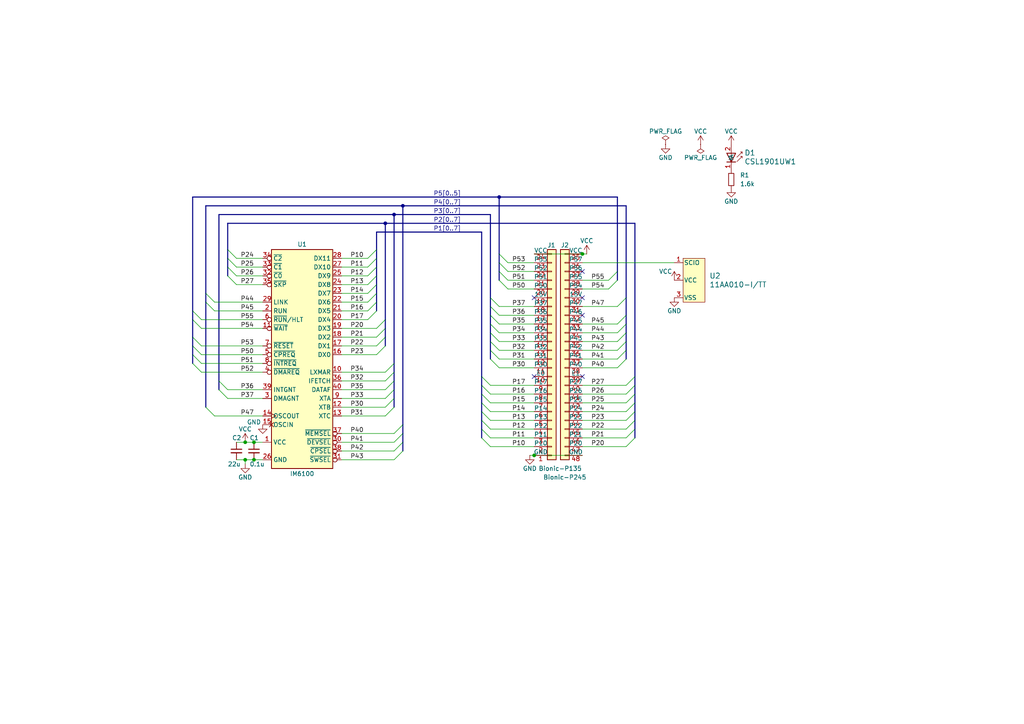
<source format=kicad_sch>
(kicad_sch (version 20231120) (generator "eeschema") (generator_version "8.0")
  (paper "A4")
  (title_block (title "BionicIM6100") (date "2025-01-13") (rev "2") (company "Tadashi G. Takaoka"))
  (lib_symbols
    (symbol "Device:C_Small" (pin_numbers hide) (pin_names (offset 0.254) hide)
      (property "Reference" "C" (at 0.254 1.778 0))
      (property "Value" "C_Small" (at 0.254 -2.032 0))
      (symbol "C_Small_0_1"
        (polyline (pts (xy -1.524 -0.508) (xy 1.524 -0.508)) (stroke (width 0.3302)))
        (polyline (pts (xy -1.524 0.508) (xy 1.524 0.508)) (stroke (width 0.3048)))
      )
      (symbol "C_Small_1_1"
        (pin passive line (at 0 2.54 270) (length 2.032) (name "~") (number "1"))
        (pin passive line (at 0 -2.54 90) (length 2.032) (name "~") (number "2"))
      )
    )
    (symbol "Device:R_Small" (pin_numbers hide) (pin_names (offset 0.254) hide)
      (property "Reference" "R" (at 0.762 0.508 0))
      (property "Value" "R_Small" (at 0.762 -1.016 0))
      (symbol "R_Small_0_1"
        (rectangle (start -0.762 1.778) (end 0.762 -1.778) (stroke (width 0.2032)))
      )
      (symbol "R_Small_1_1"
        (pin passive line (at 0 2.54 270) (length 0.762) (name "~") (number "1"))
        (pin passive line (at 0 -2.54 90) (length 0.762) (name "~") (number "2"))
      )
    )
    (symbol "bionic:Bionic-P135" (pin_names (offset 0))
      (property "Reference" "J" (at 0 30.48 0))
      (property "Value" "Bionic-P135" (at -1.27 -33.02 0))
      (symbol "Bionic-P135_1_1"
        (rectangle (start 0 -30.353) (end -1.27 -30.607) (stroke (width 0.1524)))
        (rectangle (start 0 -27.813) (end -1.27 -28.067) (stroke (width 0.1524)))
        (rectangle (start 0 -25.273) (end -1.27 -25.527) (stroke (width 0.1524)))
        (rectangle (start 0 -22.733) (end -1.27 -22.987) (stroke (width 0.1524)))
        (rectangle (start 0 -20.193) (end -1.27 -20.447) (stroke (width 0.1524)))
        (rectangle (start 0 -17.653) (end -1.27 -17.907) (stroke (width 0.1524)))
        (rectangle (start 0 -15.113) (end -1.27 -15.367) (stroke (width 0.1524)))
        (rectangle (start 0 -12.573) (end -1.27 -12.827) (stroke (width 0.1524)))
        (rectangle (start 0 -10.033) (end -1.27 -10.287) (stroke (width 0.1524)))
        (rectangle (start 0 -7.493) (end -1.27 -7.747) (stroke (width 0.1524)))
        (rectangle (start 0 -4.953) (end -1.27 -5.207) (stroke (width 0.1524)))
        (rectangle (start 0 -2.413) (end -1.27 -2.667) (stroke (width 0.1524)))
        (rectangle (start 0 0.127) (end -1.27 -0.127) (stroke (width 0.1524)))
        (rectangle (start 0 2.667) (end -1.27 2.413) (stroke (width 0.1524)))
        (rectangle (start 0 5.207) (end -1.27 4.953) (stroke (width 0.1524)))
        (rectangle (start 0 7.747) (end -1.27 7.493) (stroke (width 0.1524)))
        (rectangle (start 0 10.287) (end -1.27 10.033) (stroke (width 0.1524)))
        (rectangle (start 0 12.827) (end -1.27 12.573) (stroke (width 0.1524)))
        (rectangle (start 0 15.367) (end -1.27 15.113) (stroke (width 0.1524)))
        (rectangle (start 0 17.907) (end -1.27 17.653) (stroke (width 0.1524)))
        (rectangle (start 0 20.447) (end -1.27 20.193) (stroke (width 0.1524)))
        (rectangle (start 0 22.987) (end -1.27 22.733) (stroke (width 0.1524)))
        (rectangle (start 0 25.527) (end -1.27 25.273) (stroke (width 0.1524)))
        (rectangle (start 0 28.067) (end -1.27 27.813) (stroke (width 0.1524)))
        (rectangle (start 1.27 29.21) (end -1.27 -31.75) (stroke (width 0.254)) (fill (type background)))
        (pin power_in line (at -5.08 -30.48 0) (length 3.81) (name "GND") (number "1"))
        (pin bidirectional line (at -5.08 -7.62 0) (length 3.81) (name "E0") (number "10"))
        (pin bidirectional line (at -5.08 -5.08 0) (length 3.81) (name "P30") (number "11"))
        (pin bidirectional line (at -5.08 -2.54 0) (length 3.81) (name "P31") (number "12"))
        (pin bidirectional line (at -5.08 0 0) (length 3.81) (name "P32") (number "13"))
        (pin bidirectional line (at -5.08 2.54 0) (length 3.81) (name "P33") (number "14"))
        (pin bidirectional line (at -5.08 5.08 0) (length 3.81) (name "P34") (number "15"))
        (pin bidirectional line (at -5.08 7.62 0) (length 3.81) (name "P35") (number "16"))
        (pin bidirectional line (at -5.08 10.16 0) (length 3.81) (name "P36") (number "17"))
        (pin bidirectional line (at -5.08 12.7 0) (length 3.81) (name "P37") (number "18"))
        (pin power_in line (at -5.08 15.24 0) (length 3.81) (name "15V") (number "19"))
        (pin bidirectional line (at -5.08 -27.94 0) (length 3.81) (name "P10") (number "2"))
        (pin bidirectional line (at -5.08 17.78 0) (length 3.81) (name "P50") (number "20"))
        (pin bidirectional line (at -5.08 20.32 0) (length 3.81) (name "P51") (number "21"))
        (pin bidirectional line (at -5.08 22.86 0) (length 3.81) (name "P52") (number "22"))
        (pin bidirectional line (at -5.08 25.4 0) (length 3.81) (name "P53") (number "23"))
        (pin power_in line (at -5.08 27.94 0) (length 3.81) (name "VCC") (number "24"))
        (pin bidirectional line (at -5.08 -25.4 0) (length 3.81) (name "P11") (number "3"))
        (pin bidirectional line (at -5.08 -22.86 0) (length 3.81) (name "P12") (number "4"))
        (pin bidirectional line (at -5.08 -20.32 0) (length 3.81) (name "P13") (number "5"))
        (pin bidirectional line (at -5.08 -17.78 0) (length 3.81) (name "P14") (number "6"))
        (pin bidirectional line (at -5.08 -15.24 0) (length 3.81) (name "P15") (number "7"))
        (pin bidirectional line (at -5.08 -12.7 0) (length 3.81) (name "P16") (number "8"))
        (pin bidirectional line (at -5.08 -10.16 0) (length 3.81) (name "P17") (number "9"))
      )
    )
    (symbol "bionic:Bionic-P245" (pin_names (offset 0))
      (property "Reference" "J" (at -3.81 30.48 0))
      (property "Value" "Bionic-P245" (at -1.27 -33.02 0))
      (symbol "Bionic-P245_1_1"
        (rectangle (start -2.54 -30.607) (end -3.81 -30.353) (stroke (width 0.1524)))
        (rectangle (start -2.54 -28.067) (end -3.81 -27.813) (stroke (width 0.1524)))
        (rectangle (start -2.54 -25.527) (end -3.81 -25.273) (stroke (width 0.1524)))
        (rectangle (start -2.54 -22.987) (end -3.81 -22.733) (stroke (width 0.1524)))
        (rectangle (start -2.54 -20.447) (end -3.81 -20.193) (stroke (width 0.1524)))
        (rectangle (start -2.54 -17.907) (end -3.81 -17.653) (stroke (width 0.1524)))
        (rectangle (start -2.54 -15.367) (end -3.81 -15.113) (stroke (width 0.1524)))
        (rectangle (start -2.54 -12.827) (end -3.81 -12.573) (stroke (width 0.1524)))
        (rectangle (start -2.54 -10.287) (end -3.81 -10.033) (stroke (width 0.1524)))
        (rectangle (start -2.54 -7.747) (end -3.81 -7.493) (stroke (width 0.1524)))
        (rectangle (start -2.54 -5.207) (end -3.81 -4.953) (stroke (width 0.1524)))
        (rectangle (start -2.54 -2.667) (end -3.81 -2.413) (stroke (width 0.1524)))
        (rectangle (start -2.54 -0.127) (end -3.81 0.127) (stroke (width 0.1524)))
        (rectangle (start -2.54 2.413) (end -3.81 2.667) (stroke (width 0.1524)))
        (rectangle (start -2.54 4.953) (end -3.81 5.207) (stroke (width 0.1524)))
        (rectangle (start -2.54 7.493) (end -3.81 7.747) (stroke (width 0.1524)))
        (rectangle (start -2.54 10.033) (end -3.81 10.287) (stroke (width 0.1524)))
        (rectangle (start -2.54 12.573) (end -3.81 12.827) (stroke (width 0.1524)))
        (rectangle (start -2.54 15.113) (end -3.81 15.367) (stroke (width 0.1524)))
        (rectangle (start -2.54 17.653) (end -3.81 17.907) (stroke (width 0.1524)))
        (rectangle (start -2.54 20.193) (end -3.81 20.447) (stroke (width 0.1524)))
        (rectangle (start -2.54 22.733) (end -3.81 22.987) (stroke (width 0.1524)))
        (rectangle (start -2.54 25.273) (end -3.81 25.527) (stroke (width 0.1524)))
        (rectangle (start -2.54 27.813) (end -3.81 28.067) (stroke (width 0.1524)))
        (rectangle (start -2.54 29.21) (end -5.08 -31.75) (stroke (width 0.254)) (fill (type background)))
        (pin power_in line (at 1.27 27.94 180) (length 3.81) (name "VCC") (number "25"))
        (pin bidirectional line (at 1.27 25.4 180) (length 3.81) (name "P57") (number "26"))
        (pin bidirectional line (at 1.27 22.86 180) (length 3.81) (name "P56") (number "27"))
        (pin bidirectional line (at 1.27 20.32 180) (length 3.81) (name "P55") (number "28"))
        (pin bidirectional line (at 1.27 17.78 180) (length 3.81) (name "P54") (number "29"))
        (pin power_in line (at 1.27 15.24 180) (length 3.81) (name "15V") (number "30"))
        (pin bidirectional line (at 1.27 12.7 180) (length 3.81) (name "P47") (number "31"))
        (pin bidirectional line (at 1.27 10.16 180) (length 3.81) (name "P46") (number "32"))
        (pin bidirectional line (at 1.27 7.62 180) (length 3.81) (name "P45") (number "33"))
        (pin bidirectional line (at 1.27 5.08 180) (length 3.81) (name "P44") (number "34"))
        (pin bidirectional line (at 1.27 2.54 180) (length 3.81) (name "P43") (number "35"))
        (pin bidirectional line (at 1.27 0 180) (length 3.81) (name "P42") (number "36"))
        (pin bidirectional line (at 1.27 -2.54 180) (length 3.81) (name "P41") (number "37"))
        (pin bidirectional line (at 1.27 -5.08 180) (length 3.81) (name "P40") (number "38"))
        (pin bidirectional line (at 1.27 -7.62 180) (length 3.81) (name "E1") (number "39"))
        (pin bidirectional line (at 1.27 -10.16 180) (length 3.81) (name "P27") (number "40"))
        (pin bidirectional line (at 1.27 -12.7 180) (length 3.81) (name "P26") (number "41"))
        (pin bidirectional line (at 1.27 -15.24 180) (length 3.81) (name "P25") (number "42"))
        (pin bidirectional line (at 1.27 -17.78 180) (length 3.81) (name "P24") (number "43"))
        (pin bidirectional line (at 1.27 -20.32 180) (length 3.81) (name "P23") (number "44"))
        (pin bidirectional line (at 1.27 -22.86 180) (length 3.81) (name "P22") (number "45"))
        (pin bidirectional line (at 1.27 -25.4 180) (length 3.81) (name "P21") (number "46"))
        (pin bidirectional line (at 1.27 -27.94 180) (length 3.81) (name "P20") (number "47"))
        (pin power_in line (at 1.27 -30.48 180) (length 3.81) (name "GND") (number "48"))
      )
    )
    (symbol "cpu:IM6100"
      (property "Reference" "U" (at -1.27 31.75 0))
      (property "Value" "IM6100" (at -3.556 -33.782 0))
      (symbol "IM6100_0_1"
        (rectangle (start -8.89 30.48) (end 8.89 -33.02) (stroke (width 0.254)) (fill (type background)))
      )
      (symbol "IM6100_1_1"
        (pin power_in line (at -11.43 -25.4 0) (length 2.54) (name "VCC") (number "1"))
        (pin output line (at 11.43 -5.08 180) (length 2.54) (name "LXMAR") (number "10"))
        (pin input inverted (at -11.43 7.62 0) (length 2.54) (name "~{WAIT}") (number "11"))
        (pin output line (at 11.43 -15.24 180) (length 2.54) (name "XTB") (number "12"))
        (pin output line (at 11.43 -17.78 180) (length 2.54) (name "XTC") (number "13"))
        (pin input clock (at -11.43 -17.78 0) (length 2.54) (name "OSCOUT") (number "14"))
        (pin passive non_logic (at -11.43 -20.32 0) (length 2.54) (name "OSCIN") (number "15"))
        (pin bidirectional line (at 11.43 0 180) (length 2.54) (name "DX0") (number "16"))
        (pin bidirectional line (at 11.43 2.54 180) (length 2.54) (name "DX1") (number "17"))
        (pin bidirectional line (at 11.43 5.08 180) (length 2.54) (name "DX2") (number "18"))
        (pin bidirectional line (at 11.43 7.62 180) (length 2.54) (name "DX3") (number "19"))
        (pin output line (at -11.43 12.7 0) (length 2.54) (name "RUN") (number "2"))
        (pin bidirectional line (at 11.43 10.16 180) (length 2.54) (name "DX4") (number "20"))
        (pin bidirectional line (at 11.43 12.7 180) (length 2.54) (name "DX5") (number "21"))
        (pin bidirectional line (at 11.43 15.24 180) (length 2.54) (name "DX6") (number "22"))
        (pin bidirectional line (at 11.43 17.78 180) (length 2.54) (name "DX7") (number "23"))
        (pin bidirectional line (at 11.43 20.32 180) (length 2.54) (name "DX8") (number "24"))
        (pin bidirectional line (at 11.43 22.86 180) (length 2.54) (name "DX9") (number "25"))
        (pin power_in line (at -11.43 -30.48 0) (length 2.54) (name "GND") (number "26"))
        (pin bidirectional line (at 11.43 25.4 180) (length 2.54) (name "DX10") (number "27"))
        (pin bidirectional line (at 11.43 27.94 180) (length 2.54) (name "DX11") (number "28"))
        (pin output line (at -11.43 15.24 0) (length 2.54) (name "LINK") (number "29"))
        (pin output line (at -11.43 -12.7 0) (length 2.54) (name "DMAGNT") (number "3"))
        (pin output inverted (at 11.43 -25.4 180) (length 2.54) (name "~{DEVSEL}") (number "30"))
        (pin output inverted (at 11.43 -30.48 180) (length 2.54) (name "~{SWSEL}") (number "31"))
        (pin input inverted (at -11.43 22.86 0) (length 2.54) (name "~{C0}") (number "32"))
        (pin input inverted (at -11.43 25.4 0) (length 2.54) (name "~{C1}") (number "33"))
        (pin input inverted (at -11.43 27.94 0) (length 2.54) (name "~{C2}") (number "34"))
        (pin input inverted (at -11.43 20.32 0) (length 2.54) (name "~{SKP}") (number "35"))
        (pin output line (at 11.43 -7.62 180) (length 2.54) (name "IFETCH") (number "36"))
        (pin output inverted (at 11.43 -22.86 180) (length 2.54) (name "~{MEMSEL}") (number "37"))
        (pin output inverted (at 11.43 -27.94 180) (length 2.54) (name "~{CPSEL}") (number "38"))
        (pin output line (at -11.43 -10.16 0) (length 2.54) (name "INTGNT") (number "39"))
        (pin input inverted (at -11.43 -5.08 0) (length 2.54) (name "~{DMAREQ}") (number "4"))
        (pin output line (at 11.43 -10.16 180) (length 2.54) (name "DATAF") (number "40"))
        (pin input inverted (at -11.43 0 0) (length 2.54) (name "~{CPREQ}") (number "5"))
        (pin input inverted (at -11.43 10.16 0) (length 2.54) (name "~{RUN}/HLT") (number "6"))
        (pin input inverted (at -11.43 2.54 0) (length 2.54) (name "~{RESET}") (number "7"))
        (pin input inverted (at -11.43 -2.54 0) (length 2.54) (name "~{INTREQ}") (number "8"))
        (pin output line (at 11.43 -12.7 180) (length 2.54) (name "XTA") (number "9"))
      )
    )
    (symbol "microchip:11AA010-I_TT" (pin_names (offset 0.254))
      (property "Reference" "U" (at 2.54 1.27 0))
      (property "Value" "11AA010-I/TT" (at 3.81 -13.97 0))
      (symbol "11AA010-I_TT_1_1"
        (rectangle (start 0 0) (end 6.35 -12.7) (fill (type background)))
        (pin bidirectional line (at -2.54 -1.27 0) (length 2.54) (name "SCIO") (number "1"))
        (pin power_in line (at -2.54 -6.35 0) (length 2.54) (name "VCC") (number "2"))
        (pin power_in line (at -2.54 -11.43 0) (length 2.54) (name "VSS") (number "3"))
      )
    )
    (symbol "power:GND" (power) (pin_numbers hide) (pin_names (offset 0) hide)
      (property "Value" "GND" (at 0 -3.81 0))
      (symbol "GND_0_1"
        (polyline (pts (xy 0 0) (xy 0 -1.27) (xy 1.27 -1.27) (xy 0 -2.54) (xy -1.27 -1.27) (xy 0 -1.27)))
      )
      (symbol "GND_1_1"
        (pin power_in line (at 0 0 270) (length 0) (name "~") (number "1"))
      )
    )
    (symbol "power:PWR_FLAG" (power) (pin_numbers hide) (pin_names (offset 0) hide)
      (property "Value" "PWR_FLAG" (at 0 3.81 0))
      (symbol "PWR_FLAG_0_0"
        (pin power_out line (at 0 0 90) (length 0) (name "~") (number "1"))
      )
      (symbol "PWR_FLAG_0_1"
        (polyline (pts (xy 0 0) (xy 0 1.27) (xy -1.016 1.905) (xy 0 2.54) (xy 1.016 1.905) (xy 0 1.27)))
      )
    )
    (symbol "power:VCC" (power) (pin_numbers hide) (pin_names (offset 0) hide)
      (property "Value" "VCC" (at 0 3.556 0))
      (symbol "VCC_0_1"
        (polyline (pts (xy -0.762 1.27) (xy 0 2.54)))
        (polyline (pts (xy 0 0) (xy 0 2.54)))
        (polyline (pts (xy 0 2.54) (xy 0.762 1.27)))
      )
      (symbol "VCC_1_1"
        (pin power_in line (at 0 0 90) (length 0) (name "~") (number "1"))
      )
    )
    (symbol "rhom:CSL1901UW1" (pin_names (offset 0.254))
      (property "Reference" "D" (at 3.81 -2.54 0))
      (property "Value" "CSL1901UW1" (at 3.81 -5.08 0))
      (symbol "CSL1901UW1_0_1"
        (polyline (pts (xy 2.159 3.175) (xy 2.667 3.175)))
        (polyline (pts (xy 2.54 0) (xy 5.08 0)))
        (polyline (pts (xy 5.08 1.27) (xy 5.08 -1.27)) (stroke (width 0.254)))
        (polyline (pts (xy 3.683 1.651) (xy 2.159 3.175) (xy 2.159 2.667)))
        (polyline (pts (xy 2.54 -1.27) (xy 5.08 0) (xy 2.54 1.27) (xy 2.54 -1.27)) (stroke (width 0.254)))
        (polyline (pts (xy 4.953 1.651) (xy 3.429 3.175) (xy 3.429 2.667) (xy 3.429 3.175) (xy 3.937 3.175)))
      )
      (symbol "CSL1901UW1_1_1"
        (pin passive line (at 7.62 0 180) (length 2.54) (name "K") (number "1"))
        (pin passive line (at 0 0 0) (length 2.54) (name "A") (number "2"))
      )
      (symbol "CSL1901UW1_1_2"
        (polyline (pts (xy -5.08 7.62) (xy -4.445 8.255)) (stroke (width 0.2032)))
        (polyline (pts (xy -5.08 8.255) (xy -5.08 7.62)) (stroke (width 0.2032)))
        (polyline (pts (xy -4.445 6.35) (xy -3.81 6.985)) (stroke (width 0.2032)))
        (polyline (pts (xy -4.445 8.255) (xy -5.08 8.255)) (stroke (width 0.2032)))
        (polyline (pts (xy -4.445 9.525) (xy -3.81 10.16)) (stroke (width 0.2032)))
        (polyline (pts (xy -4.445 10.16) (xy -4.445 9.525)) (stroke (width 0.2032)))
        (polyline (pts (xy -3.81 6.985) (xy -5.08 8.255)) (stroke (width 0.2032)))
        (polyline (pts (xy -3.81 8.255) (xy -3.175 8.89)) (stroke (width 0.2032)))
        (polyline (pts (xy -3.81 10.16) (xy -4.445 10.16)) (stroke (width 0.2032)))
        (polyline (pts (xy -3.175 5.08) (xy -4.445 6.35)) (stroke (width 0.2032)))
        (polyline (pts (xy -3.175 8.89) (xy -4.445 10.16)) (stroke (width 0.2032)))
        (polyline (pts (xy -2.54 6.985) (xy -3.81 8.255)) (stroke (width 0.2032)))
        (polyline (pts (xy -1.905 3.81) (xy 1.905 3.81)) (stroke (width 0.2032)))
        (polyline (pts (xy 0 2.54) (xy 0 3.4798)) (stroke (width 0.2032)))
        (polyline (pts (xy 0 3.175) (xy 0 3.81)) (stroke (width 0.2032)))
        (polyline (pts (xy 0 6.35) (xy -1.905 3.81)) (stroke (width 0.2032)))
        (polyline (pts (xy 0 6.35) (xy 0 7.62)) (stroke (width 0.2032)))
        (polyline (pts (xy 1.905 3.81) (xy 0 6.35)) (stroke (width 0.2032)))
        (polyline (pts (xy 1.905 6.35) (xy -1.905 6.35)) (stroke (width 0.2032)))
        (pin unspecified line (at 0 10.16 270) (length 2.54) (name "") (number "1"))
        (pin unspecified line (at 0 0 90) (length 2.54) (name "") (number "2"))
      )
    )
  )
  (junction (at 73.66 133.35))
  (junction (at 71.12 133.35))
  (junction (at 71.12 128.27))
  (junction (at 144.78 57.15))
  (junction (at 114.3 62.23))
  (junction (at 73.66 128.27))
  (junction (at 168.91 73.66))
  (junction (at 116.84 59.69))
  (junction (at 154.94 132.08))
  (junction (at 111.76 64.77))
  (no_connect (at 154.94 86.36))
  (no_connect (at 168.91 109.22))
  (no_connect (at 168.91 91.44))
  (no_connect (at 168.91 86.36))
  (no_connect (at 154.94 109.22))
  (no_connect (at 168.91 78.74))
  (bus_entry (at 181.61 101.6) (size -2.54 2.54))
  (bus_entry (at 142.24 99.06) (size 2.54 2.54))
  (bus_entry (at 142.24 96.52) (size 2.54 2.54))
  (bus_entry (at 181.61 104.14) (size -2.54 2.54))
  (bus_entry (at 111.76 97.79) (size -2.54 2.54))
  (bus_entry (at 139.7 109.22) (size 2.54 2.54))
  (bus_entry (at 59.69 118.11) (size 2.54 2.54))
  (bus_entry (at 139.7 124.46) (size 2.54 2.54))
  (bus_entry (at 66.04 77.47) (size 2.54 2.54))
  (bus_entry (at 111.76 95.25) (size -2.54 2.54))
  (bus_entry (at 55.88 102.87) (size 2.54 2.54))
  (bus_entry (at 109.22 77.47) (size -2.54 2.54))
  (bus_entry (at 55.88 100.33) (size 2.54 2.54))
  (bus_entry (at 139.7 127) (size 2.54 2.54))
  (bus_entry (at 111.76 92.71) (size -2.54 2.54))
  (bus_entry (at 181.61 86.36) (size -2.54 2.54))
  (bus_entry (at 55.88 92.71) (size 2.54 2.54))
  (bus_entry (at 184.15 127) (size -2.54 2.54))
  (bus_entry (at 142.24 86.36) (size 2.54 2.54))
  (bus_entry (at 179.07 81.28) (size -2.54 2.54))
  (bus_entry (at 116.84 125.73) (size -2.54 2.54))
  (bus_entry (at 184.15 116.84) (size -2.54 2.54))
  (bus_entry (at 66.04 74.93) (size 2.54 2.54))
  (bus_entry (at 142.24 101.6) (size 2.54 2.54))
  (bus_entry (at 109.22 80.01) (size -2.54 2.54))
  (bus_entry (at 109.22 82.55) (size -2.54 2.54))
  (bus_entry (at 139.7 121.92) (size 2.54 2.54))
  (bus_entry (at 109.22 74.93) (size -2.54 2.54))
  (bus_entry (at 139.7 114.3) (size 2.54 2.54))
  (bus_entry (at 55.88 97.79) (size 2.54 2.54))
  (bus_entry (at 114.3 115.57) (size -2.54 2.54))
  (bus_entry (at 63.5 113.03) (size 2.54 2.54))
  (bus_entry (at 55.88 90.17) (size 2.54 2.54))
  (bus_entry (at 111.76 100.33) (size -2.54 2.54))
  (bus_entry (at 59.69 85.09) (size 2.54 2.54))
  (bus_entry (at 114.3 105.41) (size -2.54 2.54))
  (bus_entry (at 144.78 81.28) (size 2.54 2.54))
  (bus_entry (at 184.15 114.3) (size -2.54 2.54))
  (bus_entry (at 109.22 85.09) (size -2.54 2.54))
  (bus_entry (at 142.24 93.98) (size 2.54 2.54))
  (bus_entry (at 181.61 93.98) (size -2.54 2.54))
  (bus_entry (at 181.61 96.52) (size -2.54 2.54))
  (bus_entry (at 139.7 111.76) (size 2.54 2.54))
  (bus_entry (at 114.3 113.03) (size -2.54 2.54))
  (bus_entry (at 184.15 111.76) (size -2.54 2.54))
  (bus_entry (at 109.22 90.17) (size -2.54 2.54))
  (bus_entry (at 109.22 87.63) (size -2.54 2.54))
  (bus_entry (at 181.61 91.44) (size -2.54 2.54))
  (bus_entry (at 144.78 76.2) (size 2.54 2.54))
  (bus_entry (at 184.15 119.38) (size -2.54 2.54))
  (bus_entry (at 139.7 119.38) (size 2.54 2.54))
  (bus_entry (at 59.69 87.63) (size 2.54 2.54))
  (bus_entry (at 63.5 110.49) (size 2.54 2.54))
  (bus_entry (at 116.84 128.27) (size -2.54 2.54))
  (bus_entry (at 181.61 99.06) (size -2.54 2.54))
  (bus_entry (at 116.84 130.81) (size -2.54 2.54))
  (bus_entry (at 109.22 72.39) (size -2.54 2.54))
  (bus_entry (at 66.04 72.39) (size 2.54 2.54))
  (bus_entry (at 139.7 116.84) (size 2.54 2.54))
  (bus_entry (at 116.84 123.19) (size -2.54 2.54))
  (bus_entry (at 114.3 110.49) (size -2.54 2.54))
  (bus_entry (at 55.88 105.41) (size 2.54 2.54))
  (bus_entry (at 184.15 124.46) (size -2.54 2.54))
  (bus_entry (at 184.15 109.22) (size -2.54 2.54))
  (bus_entry (at 184.15 121.92) (size -2.54 2.54))
  (bus_entry (at 114.3 107.95) (size -2.54 2.54))
  (bus_entry (at 142.24 91.44) (size 2.54 2.54))
  (bus_entry (at 142.24 104.14) (size 2.54 2.54))
  (bus_entry (at 144.78 73.66) (size 2.54 2.54))
  (bus_entry (at 66.04 80.01) (size 2.54 2.54))
  (bus_entry (at 179.07 78.74) (size -2.54 2.54))
  (bus_entry (at 114.3 118.11) (size -2.54 2.54))
  (bus_entry (at 142.24 88.9) (size 2.54 2.54))
  (bus_entry (at 144.78 78.74) (size 2.54 2.54))
  (wire (pts (xy 144.78 99.06) (xy 154.94 99.06)))
  (bus (pts (xy 116.84 59.69) (xy 181.61 59.69)))
  (bus (pts (xy 116.84 128.27) (xy 116.84 130.81)))
  (wire (pts (xy 142.24 119.38) (xy 154.94 119.38)))
  (bus (pts (xy 184.15 64.77) (xy 111.76 64.77)))
  (wire (pts (xy 147.32 78.74) (xy 154.94 78.74)))
  (wire (pts (xy 168.91 116.84) (xy 181.61 116.84)))
  (wire (pts (xy 99.06 95.25) (xy 109.22 95.25)))
  (wire (pts (xy 99.06 77.47) (xy 106.68 77.47)))
  (bus (pts (xy 66.04 74.93) (xy 66.04 72.39)))
  (wire (pts (xy 99.06 85.09) (xy 106.68 85.09)))
  (wire (pts (xy 99.06 97.79) (xy 109.22 97.79)))
  (wire (pts (xy 144.78 96.52) (xy 154.94 96.52)))
  (bus (pts (xy 109.22 80.01) (xy 109.22 77.47)))
  (wire (pts (xy 99.06 82.55) (xy 106.68 82.55)))
  (wire (pts (xy 99.06 102.87) (xy 109.22 102.87)))
  (wire (pts (xy 147.32 81.28) (xy 154.94 81.28)))
  (wire (pts (xy 71.12 133.35) (xy 73.66 133.35)))
  (bus (pts (xy 55.88 92.71) (xy 55.88 97.79)))
  (bus (pts (xy 114.3 62.23) (xy 142.24 62.23)))
  (bus (pts (xy 63.5 62.23) (xy 63.5 110.49)))
  (wire (pts (xy 99.06 130.81) (xy 114.3 130.81)))
  (bus (pts (xy 142.24 101.6) (xy 142.24 99.06)))
  (wire (pts (xy 168.91 83.82) (xy 176.53 83.82)))
  (wire (pts (xy 168.91 127) (xy 181.61 127)))
  (wire (pts (xy 73.66 133.35) (xy 76.2 133.35)))
  (wire (pts (xy 66.04 115.57) (xy 76.2 115.57)))
  (bus (pts (xy 109.22 72.39) (xy 109.22 67.31)))
  (wire (pts (xy 168.91 129.54) (xy 181.61 129.54)))
  (wire (pts (xy 99.06 120.65) (xy 111.76 120.65)))
  (wire (pts (xy 68.58 133.35) (xy 71.12 133.35)))
  (wire (pts (xy 142.24 129.54) (xy 154.94 129.54)))
  (bus (pts (xy 114.3 110.49) (xy 114.3 113.03)))
  (wire (pts (xy 168.91 121.92) (xy 181.61 121.92)))
  (wire (pts (xy 144.78 101.6) (xy 154.94 101.6)))
  (bus (pts (xy 184.15 116.84) (xy 184.15 114.3)))
  (wire (pts (xy 144.78 91.44) (xy 154.94 91.44)))
  (wire (pts (xy 147.32 76.2) (xy 154.94 76.2)))
  (wire (pts (xy 99.06 80.01) (xy 106.68 80.01)))
  (bus (pts (xy 111.76 92.71) (xy 111.76 95.25)))
  (wire (pts (xy 99.06 100.33) (xy 109.22 100.33)))
  (bus (pts (xy 142.24 93.98) (xy 142.24 91.44)))
  (wire (pts (xy 168.91 114.3) (xy 181.61 114.3)))
  (bus (pts (xy 184.15 124.46) (xy 184.15 121.92)))
  (bus (pts (xy 66.04 77.47) (xy 66.04 74.93)))
  (bus (pts (xy 144.78 57.15) (xy 144.78 73.66)))
  (bus (pts (xy 179.07 81.28) (xy 179.07 78.74)))
  (wire (pts (xy 168.91 104.14) (xy 179.07 104.14)))
  (bus (pts (xy 109.22 82.55) (xy 109.22 80.01)))
  (bus (pts (xy 59.69 59.69) (xy 116.84 59.69)))
  (bus (pts (xy 179.07 78.74) (xy 179.07 57.15)))
  (bus (pts (xy 66.04 64.77) (xy 111.76 64.77)))
  (wire (pts (xy 154.94 73.66) (xy 168.91 73.66)))
  (bus (pts (xy 114.3 115.57) (xy 114.3 118.11)))
  (wire (pts (xy 168.91 88.9) (xy 179.07 88.9)))
  (wire (pts (xy 58.42 102.87) (xy 76.2 102.87)))
  (bus (pts (xy 139.7 114.3) (xy 139.7 116.84)))
  (bus (pts (xy 55.88 100.33) (xy 55.88 102.87)))
  (bus (pts (xy 111.76 97.79) (xy 111.76 100.33)))
  (bus (pts (xy 114.3 113.03) (xy 114.3 115.57)))
  (bus (pts (xy 63.5 110.49) (xy 63.5 113.03)))
  (wire (pts (xy 68.58 82.55) (xy 76.2 82.55)))
  (wire (pts (xy 58.42 107.95) (xy 76.2 107.95)))
  (bus (pts (xy 184.15 109.22) (xy 184.15 64.77)))
  (wire (pts (xy 99.06 87.63) (xy 106.68 87.63)))
  (wire (pts (xy 168.91 93.98) (xy 179.07 93.98)))
  (bus (pts (xy 116.84 123.19) (xy 116.84 125.73)))
  (bus (pts (xy 139.7 116.84) (xy 139.7 119.38)))
  (wire (pts (xy 99.06 74.93) (xy 106.68 74.93)))
  (wire (pts (xy 99.06 118.11) (xy 111.76 118.11)))
  (wire (pts (xy 99.06 110.49) (xy 111.76 110.49)))
  (bus (pts (xy 139.7 109.22) (xy 139.7 111.76)))
  (wire (pts (xy 68.58 128.27) (xy 71.12 128.27)))
  (wire (pts (xy 68.58 77.47) (xy 76.2 77.47)))
  (bus (pts (xy 144.78 76.2) (xy 144.78 78.74)))
  (wire (pts (xy 99.06 92.71) (xy 106.68 92.71)))
  (bus (pts (xy 111.76 95.25) (xy 111.76 97.79)))
  (wire (pts (xy 99.06 115.57) (xy 111.76 115.57)))
  (wire (pts (xy 99.06 125.73) (xy 114.3 125.73)))
  (wire (pts (xy 154.94 132.08) (xy 168.91 132.08)))
  (wire (pts (xy 144.78 104.14) (xy 154.94 104.14)))
  (bus (pts (xy 184.15 114.3) (xy 184.15 111.76)))
  (bus (pts (xy 109.22 74.93) (xy 109.22 72.39)))
  (wire (pts (xy 99.06 133.35) (xy 114.3 133.35)))
  (bus (pts (xy 142.24 104.14) (xy 142.24 101.6)))
  (wire (pts (xy 58.42 92.71) (xy 76.2 92.71)))
  (wire (pts (xy 99.06 90.17) (xy 106.68 90.17)))
  (wire (pts (xy 99.06 107.95) (xy 111.76 107.95)))
  (bus (pts (xy 139.7 119.38) (xy 139.7 121.92)))
  (bus (pts (xy 142.24 96.52) (xy 142.24 99.06)))
  (wire (pts (xy 168.91 101.6) (xy 179.07 101.6)))
  (bus (pts (xy 116.84 59.69) (xy 116.84 123.19)))
  (bus (pts (xy 109.22 77.47) (xy 109.22 74.93)))
  (wire (pts (xy 168.91 73.66) (xy 170.18 73.66)))
  (wire (pts (xy 153.67 132.08) (xy 154.94 132.08)))
  (wire (pts (xy 144.78 106.68) (xy 154.94 106.68)))
  (bus (pts (xy 109.22 90.17) (xy 109.22 87.63)))
  (bus (pts (xy 181.61 104.14) (xy 181.61 101.6)))
  (bus (pts (xy 59.69 85.09) (xy 59.69 87.63)))
  (bus (pts (xy 184.15 119.38) (xy 184.15 116.84)))
  (wire (pts (xy 58.42 100.33) (xy 76.2 100.33)))
  (wire (pts (xy 144.78 88.9) (xy 154.94 88.9)))
  (wire (pts (xy 147.32 83.82) (xy 154.94 83.82)))
  (wire (pts (xy 168.91 96.52) (xy 179.07 96.52)))
  (bus (pts (xy 184.15 121.92) (xy 184.15 119.38)))
  (bus (pts (xy 181.61 101.6) (xy 181.61 99.06)))
  (wire (pts (xy 168.91 119.38) (xy 181.61 119.38)))
  (wire (pts (xy 99.06 128.27) (xy 114.3 128.27)))
  (wire (pts (xy 62.23 87.63) (xy 76.2 87.63)))
  (bus (pts (xy 111.76 64.77) (xy 111.76 92.71)))
  (wire (pts (xy 71.12 128.27) (xy 73.66 128.27)))
  (wire (pts (xy 142.24 121.92) (xy 154.94 121.92)))
  (bus (pts (xy 63.5 62.23) (xy 114.3 62.23)))
  (wire (pts (xy 142.24 124.46) (xy 154.94 124.46)))
  (bus (pts (xy 66.04 72.39) (xy 66.04 64.77)))
  (wire (pts (xy 68.58 74.93) (xy 76.2 74.93)))
  (wire (pts (xy 168.91 81.28) (xy 176.53 81.28)))
  (bus (pts (xy 139.7 111.76) (xy 139.7 114.3)))
  (bus (pts (xy 181.61 86.36) (xy 181.61 91.44)))
  (wire (pts (xy 144.78 93.98) (xy 154.94 93.98)))
  (bus (pts (xy 109.22 85.09) (xy 109.22 82.55)))
  (wire (pts (xy 142.24 116.84) (xy 154.94 116.84)))
  (bus (pts (xy 55.88 97.79) (xy 55.88 100.33)))
  (bus (pts (xy 55.88 90.17) (xy 55.88 92.71)))
  (wire (pts (xy 168.91 99.06) (xy 179.07 99.06)))
  (wire (pts (xy 99.06 113.03) (xy 111.76 113.03)))
  (wire (pts (xy 58.42 105.41) (xy 76.2 105.41)))
  (bus (pts (xy 181.61 96.52) (xy 181.61 93.98)))
  (bus (pts (xy 59.69 59.69) (xy 59.69 85.09)))
  (bus (pts (xy 142.24 93.98) (xy 142.24 96.52)))
  (wire (pts (xy 62.23 90.17) (xy 76.2 90.17)))
  (bus (pts (xy 55.88 57.15) (xy 55.88 90.17)))
  (bus (pts (xy 139.7 67.31) (xy 139.7 109.22)))
  (wire (pts (xy 142.24 114.3) (xy 154.94 114.3)))
  (wire (pts (xy 168.91 124.46) (xy 181.61 124.46)))
  (bus (pts (xy 184.15 127) (xy 184.15 124.46)))
  (wire (pts (xy 168.91 106.68) (xy 179.07 106.68)))
  (wire (pts (xy 68.58 80.01) (xy 76.2 80.01)))
  (bus (pts (xy 184.15 111.76) (xy 184.15 109.22)))
  (bus (pts (xy 114.3 62.23) (xy 114.3 105.41)))
  (bus (pts (xy 144.78 78.74) (xy 144.78 81.28)))
  (bus (pts (xy 142.24 86.36) (xy 142.24 62.23)))
  (bus (pts (xy 139.7 124.46) (xy 139.7 127)))
  (wire (pts (xy 71.12 133.35) (xy 71.12 134.62)))
  (bus (pts (xy 139.7 121.92) (xy 139.7 124.46)))
  (bus (pts (xy 55.88 57.15) (xy 144.78 57.15)))
  (bus (pts (xy 181.61 99.06) (xy 181.61 96.52)))
  (bus (pts (xy 144.78 73.66) (xy 144.78 76.2)))
  (wire (pts (xy 66.04 113.03) (xy 76.2 113.03)))
  (wire (pts (xy 58.42 95.25) (xy 76.2 95.25)))
  (bus (pts (xy 142.24 91.44) (xy 142.24 88.9)))
  (wire (pts (xy 73.66 128.27) (xy 76.2 128.27)))
  (bus (pts (xy 142.24 88.9) (xy 142.24 86.36)))
  (bus (pts (xy 181.61 86.36) (xy 181.61 59.69)))
  (wire (pts (xy 168.91 76.2) (xy 195.58 76.2)))
  (bus (pts (xy 109.22 67.31) (xy 139.7 67.31)))
  (wire (pts (xy 62.23 120.65) (xy 76.2 120.65)))
  (bus (pts (xy 66.04 77.47) (xy 66.04 80.01)))
  (bus (pts (xy 114.3 105.41) (xy 114.3 107.95)))
  (wire (pts (xy 142.24 111.76) (xy 154.94 111.76)))
  (bus (pts (xy 116.84 125.73) (xy 116.84 128.27)))
  (bus (pts (xy 55.88 102.87) (xy 55.88 105.41)))
  (bus (pts (xy 109.22 87.63) (xy 109.22 85.09)))
  (bus (pts (xy 59.69 87.63) (xy 59.69 118.11)))
  (bus (pts (xy 181.61 93.98) (xy 181.61 91.44)))
  (bus (pts (xy 179.07 57.15) (xy 144.78 57.15)))
  (wire (pts (xy 142.24 127) (xy 154.94 127)))
  (bus (pts (xy 114.3 110.49) (xy 114.3 107.95)))
  (wire (pts (xy 168.91 111.76) (xy 181.61 111.76)))
  (label "P25" (at 171.45 116.84 0))
  (label "P3[0..7]" (at 125.73 62.23 0))
  (label "P24" (at 171.45 119.38 0))
  (label "P23" (at 101.6 102.87 0))
  (label "P41" (at 101.6 128.27 0))
  (label "P16" (at 152.4 114.3 180))
  (label "P40" (at 171.45 106.68 0))
  (label "P13" (at 101.6 82.55 0))
  (label "P1[0..7]" (at 125.73 67.31 0))
  (label "P16" (at 101.6 90.17 0))
  (label "P37" (at 152.4 88.9 180))
  (label "P15" (at 152.4 116.84 180))
  (label "P32" (at 152.4 101.6 180))
  (label "P41" (at 171.45 104.14 0))
  (label "P31" (at 152.4 104.14 180))
  (label "P20" (at 171.45 129.54 0))
  (label "P23" (at 171.45 121.92 0))
  (label "P36" (at 152.4 91.44 180))
  (label "P47" (at 171.45 88.9 0))
  (label "P54" (at 73.66 95.25 180))
  (label "P4[0..7]" (at 125.73 59.69 0))
  (label "P20" (at 101.6 95.25 0))
  (label "P44" (at 73.66 87.63 180))
  (label "P10" (at 101.6 74.93 0))
  (label "P30" (at 152.4 106.68 180))
  (label "P44" (at 171.45 96.52 0))
  (label "P12" (at 101.6 80.01 0))
  (label "P43" (at 101.6 133.35 0))
  (label "P52" (at 73.66 107.95 180))
  (label "P21" (at 171.45 127 0))
  (label "P27" (at 73.66 82.55 180))
  (label "P17" (at 152.4 111.76 180))
  (label "P5[0..5]" (at 125.73 57.15 0))
  (label "P32" (at 101.6 110.49 0))
  (label "P51" (at 73.66 105.41 180))
  (label "P45" (at 171.45 93.98 0))
  (label "P31" (at 101.6 120.65 0))
  (label "P52" (at 152.4 78.74 180))
  (label "P24" (at 73.66 74.93 180))
  (label "P22" (at 101.6 100.33 0))
  (label "P34" (at 152.4 96.52 180))
  (label "P10" (at 152.4 129.54 180))
  (label "P45" (at 73.66 90.17 180))
  (label "P50" (at 152.4 83.82 180))
  (label "P53" (at 73.66 100.33 180))
  (label "P35" (at 101.6 113.03 0))
  (label "P55" (at 171.45 81.28 0))
  (label "P21" (at 101.6 97.79 0))
  (label "P14" (at 152.4 119.38 180))
  (label "P37" (at 73.66 115.57 180))
  (label "P51" (at 152.4 81.28 180))
  (label "P42" (at 171.45 101.6 0))
  (label "P53" (at 152.4 76.2 180))
  (label "P36" (at 73.66 113.03 180))
  (label "P34" (at 101.6 107.95 0))
  (label "P11" (at 152.4 127 180))
  (label "P54" (at 171.45 83.82 0))
  (label "P11" (at 101.6 77.47 0))
  (label "P50" (at 73.66 102.87 180))
  (label "P13" (at 152.4 121.92 180))
  (label "P33" (at 101.6 115.57 0))
  (label "P17" (at 101.6 92.71 0))
  (label "P43" (at 171.45 99.06 0))
  (label "P27" (at 171.45 111.76 0))
  (label "P35" (at 152.4 93.98 180))
  (label "P25" (at 73.66 77.47 180))
  (label "P47" (at 73.66 120.65 180))
  (label "P42" (at 101.6 130.81 0))
  (label "P26" (at 73.66 80.01 180))
  (label "P30" (at 101.6 118.11 0))
  (label "P40" (at 101.6 125.73 0))
  (label "P33" (at 152.4 99.06 180))
  (label "P55" (at 73.66 92.71 180))
  (label "P12" (at 152.4 124.46 180))
  (label "P26" (at 171.45 114.3 0))
  (label "P2[0..7]" (at 125.73 64.77 0))
  (label "P22" (at 171.45 124.46 0))
  (label "P14" (at 101.6 85.09 0))
  (label "P15" (at 101.6 87.63 0))
  (symbol (lib_id "power:GND") (at 153.67 132.08 0) (unit 1)
    (property "Reference" "#PWR02" (effects (hide yes)))
    (property "Value" "GND" (at 153.67 135.89 0))
    (property "Description" "Power symbol creates a global label with name \"GND\" , ground" (effects (hide yes)))
  )
  (symbol (lib_id "power:GND") (at 76.2 123.19 0) (unit 1)
    (property "Reference" "#PWR011" (effects (hide yes)))
    (property "Value" "GND" (at 73.66 122.428 0))
    (property "Description" "Power symbol creates a global label with name \"GND\" , ground" (effects (hide yes)))
  )
  (symbol (lib_id "power:VCC") (at 212.09 41.91 0) (unit 1)
    (property "Reference" "#PWR010" (effects (hide yes)))
    (property "Value" "VCC" (at 212.09 38.1 0))
    (property "Description" "Power symbol creates a global label with name \"VCC\"" (effects (hide yes)))
  )
  (symbol (lib_id "Device:R_Small") (at 212.09 52.07 0) (unit 1)
    (property "Reference" "R1" (at 214.63 50.8 0) (effects (justify left)))
    (property "Value" "1.6k" (at 214.63 53.34 0) (effects (justify left)))
    (property "Footprint" "Resistor_SMD:R_0603_1608Metric_Pad0.98x0.95mm_HandSolder" (effects (hide yes)))
    (property "Description" "Resistor, small symbol" (effects (hide yes)))
  )
  (symbol (lib_id "power:GND") (at 71.12 134.62 0) (unit 1)
    (property "Reference" "#PWR06" (effects (hide yes)))
    (property "Value" "GND" (at 71.12 138.43 0))
    (property "Description" "Power symbol creates a global label with name \"GND\" , ground" (effects (hide yes)))
  )
  (symbol (lib_id "power:VCC") (at 71.12 128.27 0) (unit 1)
    (property "Reference" "#PWR05" (effects (hide yes)))
    (property "Value" "VCC" (at 71.12 124.46 0))
    (property "Description" "Power symbol creates a global label with name \"VCC\"" (effects (hide yes)))
  )
  (symbol (lib_id "Device:C_Small") (at 73.66 130.81 0) (unit 1)
    (property "Reference" "C1" (at 72.39 127 0) (effects (justify left)))
    (property "Value" "0.1u" (at 72.39 134.62 0) (effects (justify left)))
    (property "Footprint" "Capacitor_SMD:C_0603_1608Metric_Pad1.08x0.95mm_HandSolder" (effects (hide yes)))
  )
  (symbol (lib_id "bionic:Bionic-P245") (at 167.64 101.6 0) (unit 1)
    (property "Reference" "J2" (at 163.83 71.12 0))
    (property "Value" "Bionic-P245" (at 163.83 138.43 0))
    (property "Footprint" "bionic:Bionic-P245_Vertical" (effects (hide yes)))
    (property "Description" "Generic connector, single row, 01x24, script generated (kicad-library-utils/schlib/autogen/connector/)" (effects (hide yes)))
  )
  (symbol (lib_id "power:PWR_FLAG") (at 203.2 41.91 180) (unit 1)
    (property "Reference" "#FLG02" (effects (hide yes)))
    (property "Value" "PWR_FLAG" (at 203.2 45.72 0))
    (property "Description" "Special symbol for telling ERC where power comes from" (effects (hide yes)))
  )
  (symbol (lib_id "rhom:CSL1901UW1") (at 212.09 41.91 270) (unit 1)
    (property "Reference" "D1" (at 215.9 44.3229 90) (effects (font (size 1.524 1.524)) (justify left)))
    (property "Value" "CSL1901UW1" (at 215.9 46.8629 90) (effects (font (size 1.524 1.524)) (justify left)))
    (property "Footprint" "rhom:LED_CSL1901UW1_ROM-M" (effects (hide yes)))
    (property "Datasheet" "https://fscdn.rohm.com/en/products/databook/datasheet/opto/led/chip_mono/csl1901uw1-e.pdf" (effects (hide yes)))
    (property "Description" "Red LED (Low Current Emission, SMD)" (effects (hide yes)))
  )
  (symbol (lib_id "cpu:IM6100") (at 87.63 102.87 0) (unit 1)
    (property "Reference" "U1" (at 87.63 70.866 0))
    (property "Value" "IM6100" (at 87.63 137.414 0))
    (property "Footprint" "bionic:DIP-40_W15.24mm_Socket" (effects (hide yes)))
    (property "Datasheet" "http://bitsavers.informatik.uni-stuttgart.de/pdf/dec/pdp8/cmos8/IM6100.pdf" (effects (hide yes)))
    (property "Description" "CMOS 12-bit  Microprocessor, DIP-40" (effects (hide yes)))
  )
  (symbol (lib_id "power:GND") (at 212.09 54.61 0) (unit 1)
    (property "Reference" "#PWR09" (effects (hide yes)))
    (property "Value" "GND" (at 212.09 58.42 0))
    (property "Description" "Power symbol creates a global label with name \"GND\" , ground" (effects (hide yes)))
  )
  (symbol (lib_id "power:VCC") (at 170.18 73.66 0) (unit 1)
    (property "Reference" "#PWR03" (effects (hide yes)))
    (property "Value" "VCC" (at 170.18 69.85 0))
    (property "Description" "Power symbol creates a global label with name \"VCC\"" (effects (hide yes)))
  )
  (symbol (lib_id "microchip:11AA010-I_TT") (at 198.12 74.93 0) (unit 1)
    (property "Reference" "U2" (at 205.74 80.0099 0) (effects (font (size 1.524 1.524)) (justify left)))
    (property "Value" "11AA010-I/TT" (at 205.74 82.5499 0) (effects (font (size 1.524 1.524)) (justify left)))
    (property "Footprint" "microchip:SOT-23_MC_MCH-M" (effects (hide yes)))
    (property "Datasheet" "11AA010-I/TO" (effects (hide yes)))
    (property "Description" "UNI/O Serial EEPROM (1Kbit)" (effects (hide yes)))
  )
  (symbol (lib_id "power:GND") (at 193.04 41.91 0) (unit 1)
    (property "Reference" "#PWR01" (effects (hide yes)))
    (property "Value" "GND" (at 193.04 45.72 0))
    (property "Description" "Power symbol creates a global label with name \"GND\" , ground" (effects (hide yes)))
  )
  (symbol (lib_id "power:VCC") (at 203.2 41.91 0) (unit 1)
    (property "Reference" "#PWR04" (effects (hide yes)))
    (property "Value" "VCC" (at 203.2 38.1 0))
    (property "Description" "Power symbol creates a global label with name \"VCC\"" (effects (hide yes)))
  )
  (symbol (lib_id "bionic:Bionic-P135") (at 160.02 101.6 0) (unit 1)
    (property "Reference" "J1" (at 158.75 71.12 0) (effects (justify left)))
    (property "Value" "Bionic-P135" (at 156.21 135.89 0) (effects (justify left)))
    (property "Footprint" "bionic:Bionic-P135_Vertical" (effects (hide yes)))
    (property "Description" "Generic connector, single row, 01x24, script generated (kicad-library-utils/schlib/autogen/connector/)" (effects (hide yes)))
  )
  (symbol (lib_id "power:GND") (at 195.58 86.36 0) (unit 1)
    (property "Reference" "#PWR07" (effects (hide yes)))
    (property "Value" "GND" (at 195.58 90.17 0))
    (property "Description" "Power symbol creates a global label with name \"GND\" , ground" (effects (hide yes)))
  )
  (symbol (lib_id "power:VCC") (at 195.58 81.28 0) (unit 1)
    (property "Reference" "#PWR08" (effects (hide yes)))
    (property "Value" "VCC" (at 193.04 78.74 0))
    (property "Description" "Power symbol creates a global label with name \"VCC\"" (effects (hide yes)))
  )
  (symbol (lib_id "Device:C_Small") (at 68.58 130.81 0) (unit 1)
    (property "Reference" "C2" (at 67.31 127 0) (effects (justify left)))
    (property "Value" "22u" (at 66.04 134.62 0) (effects (justify left)))
    (property "Footprint" "Capacitor_SMD:C_0603_1608Metric_Pad1.08x0.95mm_HandSolder" (effects (hide yes)))
  )
  (symbol (lib_id "power:PWR_FLAG") (at 193.04 41.91 0) (unit 1)
    (property "Reference" "#FLG01" (effects (hide yes)))
    (property "Value" "PWR_FLAG" (at 193.04 38.1 0))
    (property "Description" "Special symbol for telling ERC where power comes from" (effects (hide yes)))
  )
)
</source>
